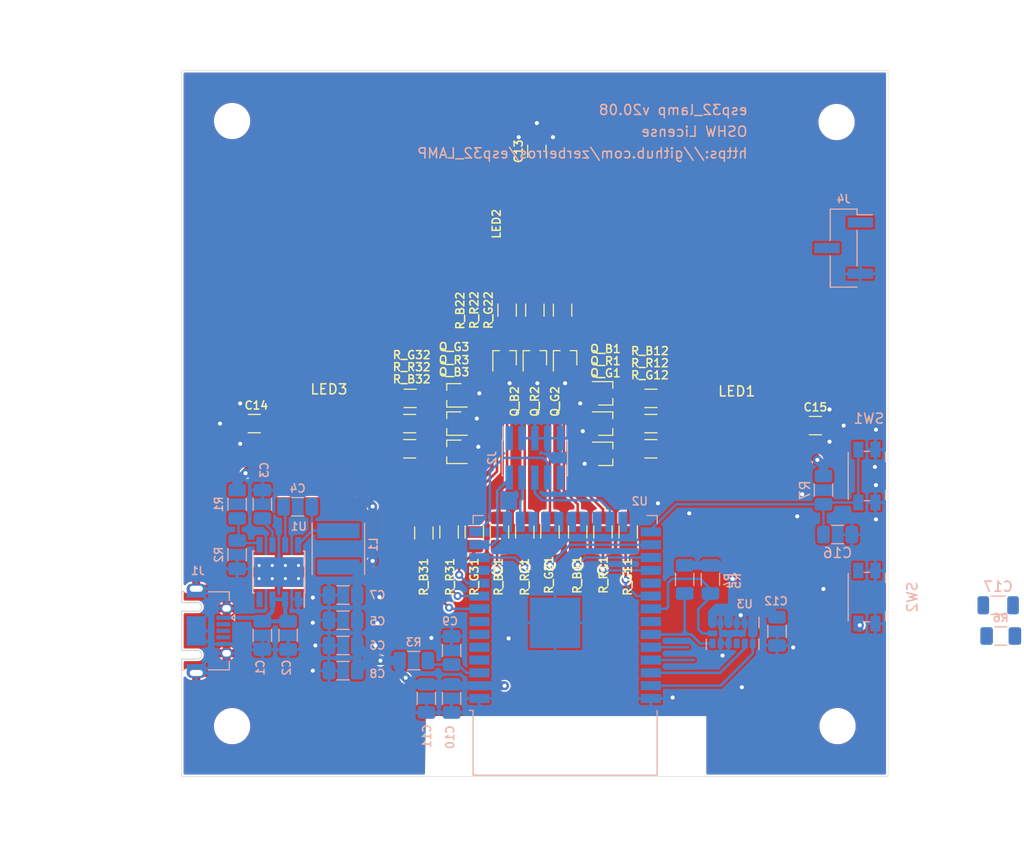
<source format=kicad_pcb>
(kicad_pcb (version 20210424) (generator pcbnew)
  (layers (0 "F.Cu" signal) (31 "B.Cu" signal) (34 "B.Paste" user) (35 "F.Paste" user) (36 "B.SilkS" user "B.Silkscreen") (37 "F.SilkS" user "F.Silkscreen") (38 "B.Mask" user) (39 "F.Mask" user) (44 "Edge.Cuts" user))
  (net 0 "")
  (net 1 "GND")
  (net 2 "Net-(C17-Pad1)")
  (net 3 "MTDI")
  (net 4 "MTDO")
  (net 5 "MTCK")
  (net 6 "MTMS")
  (net 7 "Net-(C4-Pad1)")
  (net 8 "VIN")
  (net 9 "Net-(C3-Pad1)")
  (net 10 "Net-(C4-Pad2)")
  (net 11 "Net-(R1-Pad2)")
  (net 25 "3V3")
  (net 26 "Net-(J4-Pad1)")
  (net 27 "Net-(J4-Pad2)")
  (net 28 "SCL")
  (net 29 "SDA")
  (net 30 "INT2")
  (net 31 "INT1")
  (net 32 "Net-(C9-Pad2)")
  (net 37 "+3V3")
  (net 38 "Net-(Q_B1-Pad3)")
  (net 39 "Net-(Q_B1-Pad1)")
  (net 40 "Net-(Q_B2-Pad3)")
  (net 41 "Net-(Q_B2-Pad1)")
  (net 42 "Net-(Q_G1-Pad3)")
  (net 43 "Net-(Q_G1-Pad1)")
  (net 44 "Net-(Q_G2-Pad3)")
  (net 45 "Net-(Q_G2-Pad1)")
  (net 46 "Net-(Q_R1-Pad3)")
  (net 47 "Net-(Q_R1-Pad1)")
  (net 48 "Net-(Q_R2-Pad3)")
  (net 49 "Net-(Q_R2-Pad1)")
  (net 50 "LED_B3")
  (net 51 "LED_R3")
  (net 52 "LED_G3")
  (net 53 "LED_B1")
  (net 54 "LED_B2")
  (net 55 "LED_G1")
  (net 56 "LED_G2")
  (net 57 "LED_R1")
  (net 58 "LED_R2")
  (net 61 "Net-(Q_B3-Pad3)")
  (net 62 "Net-(Q_B3-Pad1)")
  (net 63 "Net-(Q_G3-Pad3)")
  (net 64 "Net-(Q_G3-Pad1)")
  (net 65 "Net-(Q_R3-Pad3)")
  (net 66 "Net-(Q_R3-Pad1)")
  (net 67 "Net-(LED1-Pad1)")
  (net 68 "Net-(LED1-Pad2)")
  (net 69 "Net-(LED1-Pad3)")
  (net 70 "Net-(LED2-Pad1)")
  (net 71 "Net-(LED2-Pad2)")
  (net 72 "Net-(LED2-Pad3)")
  (net 73 "Net-(LED3-Pad1)")
  (net 74 "Net-(LED3-Pad2)")
  (net 75 "Net-(LED3-Pad3)")
  (net 76 "Net-(C16-Pad1)")
  (footprint "Package_TO_SOT_SMD:SOT-323_SC-70" (layer "F.Cu") (at 147 112.8 180)
    (fp_text reference "Q_B3")
    (fp_text value "BSS214NW")
  )
  (footprint "Package_TO_SOT_SMD:SOT-323_SC-70" (layer "F.Cu") (at 147 110 180)
    (fp_text reference "Q_R3")
    (fp_text value "BSS214NW")
  )
  (footprint "Package_TO_SOT_SMD:SOT-323_SC-70" (layer "F.Cu") (at 162 113)
    (fp_text reference "Q_G1")
    (fp_text value "BSS214NW")
  )
  (footprint "Resistor_SMD:R_1206_3216Metric" (layer "F.Cu") (at 144 120.85 -90)
    (fp_text reference "R_B31")
    (fp_text value "220R")
  )
  (footprint "Resistor_SMD:R_1206_3216Metric" (layer "F.Cu") (at 146.5 120.75 -90)
    (fp_text reference "R_R31")
    (fp_text value "220R")
  )
  (footprint "Resistor_SMD:R_1206_3216Metric" (layer "F.Cu") (at 149 120.75 -90)
    (fp_text reference "R_G31")
    (fp_text value "220R")
  )
  (footprint "Resistor_SMD:R_1206_3216Metric" (layer "F.Cu") (at 159.25 120.75 -90)
    (fp_text reference "R_B11")
    (fp_text value "220R")
  )
  (footprint "Resistor_SMD:R_1206_3216Metric" (layer "F.Cu") (at 151.5 120.75 -90)
    (fp_text reference "R_B21")
    (fp_text value "220R")
  )
  (footprint "Resistor_SMD:R_1206_3216Metric" (layer "F.Cu") (at 164.25 120.75 -90)
    (fp_text reference "R_G11")
    (fp_text value "220R")
  )
  (footprint "Resistor_SMD:R_1206_3216Metric" (layer "F.Cu") (at 156.5 120.75 -90)
    (fp_text reference "R_G21")
    (fp_text value "220R")
  )
  (footprint "Resistor_SMD:R_1206_3216Metric" (layer "F.Cu") (at 161.75 120.75 -90)
    (fp_text reference "R_R11")
    (fp_text value "220R")
  )
  (footprint "Resistor_SMD:R_1206_3216Metric" (layer "F.Cu") (at 166.5 110)
    (fp_text reference "R_R12")
    (fp_text value "6.8R")
  )
  (footprint "Resistor_SMD:R_1206_3216Metric" (layer "F.Cu") (at 154 120.75 -90)
    (fp_text reference "R_R21")
    (fp_text value "220R")
  )
  (footprint "Resistor_SMD:R_1206_3216Metric" (layer "F.Cu") (at 155 98.75 90)
    (fp_text reference "R_R22")
    (fp_text value "6.8R")
  )
  (footprint "ESP32_lamp:kinbright-AAAF5051-05_MOD" (layer "F.Cu") (at 175 110 180)
    (fp_text reference "LED1")
    (fp_text value "AAAF5051-05")
  )
  (footprint "ESP32_lamp:kinbright-AAAF5051-05_MOD" (layer "F.Cu") (at 155 90.5 -90)
    (fp_text reference "LED2")
    (fp_text value "AAAF5051-05")
  )
  (footprint "ESP32_lamp:kinbright-AAAF5051-05_MOD" (layer "F.Cu") (at 134.5 110)
    (fp_text reference "LED3")
    (fp_text value "AAAF5051-05")
  )
  (footprint "Package_TO_SOT_SMD:SOT-323_SC-70" (layer "F.Cu") (at 162 107)
    (fp_text reference "Q_B1")
    (fp_text value "BSS214NW")
  )
  (footprint "Resistor_SMD:R_1206_3216Metric" (layer "F.Cu") (at 166.5 112.5)
    (fp_text reference "R_G12")
    (fp_text value "0R")
  )
  (footprint "Package_TO_SOT_SMD:SOT-323_SC-70" (layer "F.Cu") (at 162 110)
    (fp_text reference "Q_R1")
    (fp_text value "BSS214NW")
  )
  (footprint "Package_TO_SOT_SMD:SOT-323_SC-70" (layer "F.Cu") (at 147 107.2 180)
    (fp_text reference "Q_G3")
    (fp_text value "BSS214NW")
  )
  (footprint "Package_TO_SOT_SMD:SOT-323_SC-70" (layer "F.Cu") (at 155 103.5 90)
    (fp_text reference "Q_R2")
    (fp_text value "BSS214NW")
  )
  (footprint "Package_TO_SOT_SMD:SOT-323_SC-70" (layer "F.Cu") (at 158 103.5 90)
    (fp_text reference "Q_G2")
    (fp_text value "BSS214NW")
  )
  (footprint "Resistor_SMD:R_1206_3216Metric" (layer "F.Cu") (at 166.5 107.5)
    (fp_text reference "R_B12")
    (fp_text value "0R")
  )
  (footprint "Resistor_SMD:R_1206_3216Metric" (layer "F.Cu") (at 152.25 98.75 90)
    (fp_text reference "R_B22")
    (fp_text value "0R")
  )
  (footprint "Resistor_SMD:R_1206_3216Metric" (layer "F.Cu") (at 142.65 107.5 180)
    (fp_text reference "R_G32")
    (fp_text value "0R")
  )
  (footprint "Resistor_SMD:R_1206_3216Metric" (layer "F.Cu") (at 142.6 110 180)
    (fp_text reference "R_R32")
    (fp_text value "6.8R")
  )
  (footprint "Resistor_SMD:R_1206_3216Metric" (layer "F.Cu") (at 157.75 98.75 90)
    (fp_text reference "R_G22")
    (fp_text value "0R")
  )
  (footprint "Package_TO_SOT_SMD:SOT-323_SC-70" (layer "F.Cu") (at 152 103.5 90)
    (fp_text reference "Q_B2")
    (fp_text value "BSS214NW")
  )
  (footprint "Resistor_SMD:R_1206_3216Metric" (layer "F.Cu") (at 142.6 112.5 180)
    (fp_text reference "R_B32")
    (fp_text value "0R")
  )
  (footprint "Capacitor_SMD:C_1206_3216Metric" (layer "F.Cu") (at 155.2 83 90)
    (fp_text reference "C13")
    (fp_text value "1uF")
  )
  (footprint "Capacitor_SMD:C_1206_3216Metric" (layer "F.Cu") (at 127.2 110 180)
    (fp_text reference "C14")
    (fp_text value "1uF")
  )
  (footprint "Capacitor_SMD:C_1206_3216Metric" (layer "F.Cu") (at 182.8 110.2)
    (fp_text reference "C15")
    (fp_text value "1uF")
  )
  (footprint "MountingHole:MountingHole_3.2mm_M3_ISO7380" (layer "F.Cu") (at 125 140)
    (fp_text reference "H1" hide)
    (fp_text value "MountingHole")
  )
  (footprint "MountingHole:MountingHole_3.2mm_M3_ISO7380" (layer "F.Cu") (at 125 80)
    (fp_text reference "H4" hide)
    (fp_text value "MountingHole")
  )
  (footprint "MountingHole:MountingHole_3.2mm_M3_ISO7380" (layer "F.Cu") (at 185 140)
    (fp_text reference "H2" hide)
    (fp_text value "MountingHole")
  )
  (footprint "MountingHole:MountingHole_3.2mm_M3_ISO7380" (layer "F.Cu") (at 184.9 80.1)
    (fp_text reference "H3" hide)
    (fp_text value "MountingHole")
  )
  (footprint "Capacitor_SMD:C_1206_3216Metric" (layer "B.Cu") (at 130.55 131 -90)
    (fp_text reference "C2")
    (fp_text value "220nF")
  )
  (footprint "Capacitor_SMD:C_1206_3216Metric" (layer "B.Cu") (at 136 132 180)
    (fp_text reference "C6")
    (fp_text value "22uF")
  )
  (footprint "Capacitor_SMD:C_1206_3216Metric" (layer "B.Cu") (at 136 134.5 180)
    (fp_text reference "C8")
    (fp_text value "22uF")
  )
  (footprint "Connector_USB:USB_Micro-AB_Molex_47590-0001" (layer "B.Cu") (at 121.45 130.55 90)
    (fp_text reference "J1")
    (fp_text value "USB_B_Micro")
    (fp_line (start -1.95 0.125) (end -1.95 -1.45) (layer "Edge.Cuts") (width 0.1))
    (fp_line (start -2.8 0.125) (end -2.8 -1.45) (layer "Edge.Cuts") (width 0.1))
    (fp_line (start 2.8 0.125) (end 2.8 -1.45) (layer "Edge.Cuts") (width 0.1))
    (fp_line (start 1.95 0.125) (end 1.95 -1.45) (layer "Edge.Cuts") (width 0.1))
    (fp_line (start 2.8 -1.45) (end 3.75 -1.45) (layer "Edge.Cuts") (width 0.1))
    (fp_line (start -3.75 -1.45) (end -2.8 -1.45) (layer "Edge.Cuts") (width 0.1))
    (fp_line (start -1.95 -1.45) (end 1.95 -1.45) (layer "Edge.Cuts") (width 0.1))
    (fp_arc (start -2.375 0.125) (end -2.8 0.125) (angle -180) (layer "Edge.Cuts") (width 0.1))
    (fp_arc (start 2.375 0.125) (end 1.95 0.125) (angle -180) (layer "Edge.Cuts") (width 0.1))
  )
  (footprint "Resistor_SMD:R_1206_3216Metric" (layer "B.Cu") (at 125.5 118 -90)
    (fp_text reference "R1")
    (fp_text value "100kΩ")
  )
  (footprint "Package_SO:Texas_HSOP-8-1EP_3.9x4.9mm_P1.27mm_ThermalVias" (layer "B.Cu") (at 129.63 124.72 90)
    (fp_text reference "U1")
    (fp_text value "LMR33630BDDA")
  )
  (footprint "Package_LGA:LGA-14_3x5mm_P0.8mm_LayoutBorder1x6y" (layer "B.Cu") (at 174.6 130.8 -90)
    (fp_text reference "U3")
    (fp_text value "ADXL343")
  )
  (footprint "Resistor_SMD:R_1206_3216Metric" (layer "B.Cu") (at 125.5 123 -90)
    (fp_text reference "R2")
    (fp_text value "43.3kΩ")
  )
  (footprint "Capacitor_SMD:C_1206_3216Metric" (layer "B.Cu") (at 128 118 90)
    (fp_text reference "C3")
    (fp_text value "1uF")
  )
  (footprint "Inductor_SMD:L_Taiyo-Yuden_MD-5050" (layer "B.Cu") (at 135.53 122.42 -90)
    (fp_text reference "L1")
    (fp_text value "2.2uH, 11.4mΩ")
  )
  (footprint "Capacitor_SMD:C_1206_3216Metric" (layer "B.Cu") (at 128 131 -90)
    (fp_text reference "C1")
    (fp_text value "10uF")
  )
  (footprint "Capacitor_SMD:C_1206_3216Metric" (layer "B.Cu") (at 131.5 118.25 180)
    (fp_text reference "C4")
    (fp_text value "100nF")
  )
  (footprint "Capacitor_SMD:C_1206_3216Metric" (layer "B.Cu") (at 144.25 137.25 90)
    (fp_text reference "C11")
    (fp_text value "100nF")
  )
  (footprint "Resistor_SMD:R_1206_3216Metric" (layer "B.Cu") (at 143 133.5 180)
    (fp_text reference "R3")
    (fp_text value "10k")
  )
  (footprint "Capacitor_SMD:C_1206_3216Metric" (layer "B.Cu") (at 146.75 137.25 90)
    (fp_text reference "C10")
    (fp_text value "10uF")
  )
  (footprint "Capacitor_SMD:C_1206_3216Metric" (layer "B.Cu") (at 136 129.5 180)
    (fp_text reference "C5")
    (fp_text value "22uF")
  )
  (footprint "Capacitor_SMD:C_1206_3216Metric" (layer "B.Cu") (at 136 127 180)
    (fp_text reference "C7")
    (fp_text value "22uF")
  )
  (footprint "RF_Module:ESP32-WROOM-32" (layer "B.Cu") (at 158 129)
    (fp_text reference "U2")
    (fp_text value "ESP32-WROOM-32D")
  )
  (footprint "Capacitor_SMD:C_1206_3216Metric" (layer "B.Cu") (at 146.75 132.5 -90)
    (fp_text reference "C9")
    (fp_text value "0.1uF")
  )
  (footprint "Resistor_SMD:R_1206_3216Metric" (layer "B.Cu") (at 172.4 125.45 90)
    (fp_text reference "R5")
    (fp_text value "10k")
  )
  (footprint "Resistor_SMD:R_1206_3216Metric" (layer "B.Cu") (at 169.85 125.45 90)
    (fp_text reference "R4")
    (fp_text value "10k")
  )
  (footprint "Capacitor_SMD:C_1206_3216Metric" (layer "B.Cu") (at 179 130.6 -90)
    (fp_text reference "C12")
    (fp_text value "100nF")
  )
  (footprint "Connector_PinHeader_2.54mm:PinHeader_1x03_P2.54mm_Vertical_SMD_Pin1Left" (layer "B.Cu") (at 185.6 92.6 180)
    (fp_text reference "J4")
    (fp_text value "Conn_01x03")
  )
  (footprint "Resistor_SMD:R_1206_3216Metric" (layer "B.Cu") (at 201.168 131.064)
    (fp_text reference "R6")
    (fp_text value "100k")
  )
  (footprint "Connector_PinHeader_1.27mm:PinHeader_2x05_P1.27mm_Vertical_SMD" (layer "B.Cu") (at 155 113.4 -90)
    (fp_text reference "J2")
    (fp_text value "Conn_02x05_Odd_Even")
  )
  (footprint "Capacitor_SMD:C_1206_3216Metric" (layer "B.Cu") (at 185 121)
    (fp_text reference "C16")
    (fp_text value "100nF")
  )
  (footprint "Button_Switch_SMD:Panasonic_EVQPUJ_EVQPUA" (layer "B.Cu") (at 187.9 115.2 90)
    (fp_text reference "SW1")
    (fp_text value "SW_Push")
  )
  (footprint "Resistor_SMD:R_1206_3216Metric" (layer "B.Cu") (at 183.6 116.6 -90)
    (fp_text reference "R7")
    (fp_text value "100k")
  )
  (footprint "Button_Switch_SMD:Panasonic_EVQPUJ_EVQPUA" (layer "B.Cu") (at 187.9 127.2 90)
    (fp_text reference "SW2")
    (fp_text value "SW_Push")
  )
  (footprint "Capacitor_SMD:C_1206_3216Metric" (layer "B.Cu") (at 200.914 128.016 180)
    (fp_text reference "C17")
    (fp_text value "100nF")
  )
  (gr_line (start 120 126.8) (end 120 75) (layer "Edge.Cuts") (width 0.05))
  (gr_line (start 120 145) (end 120 134.3) (layer "Edge.Cuts") (width 0.05))
  (gr_line (start 190 145) (end 120 145) (layer "Edge.Cuts") (width 0.05))
  (gr_line (start 120 75) (end 190 75) (layer "Edge.Cuts") (width 0.05))
  (gr_line (start 190 75) (end 190 145) (layer "Edge.Cuts") (width 0.05))
  (gr_text "esp32_lamp v20.08" (at 168.704762 78.9) (layer "B.SilkS") (effects (font (size 1 1)) (justify mirror)))
  (gr_text "https://github.com/zerberros/esp32_LAMP" (at 159.704762 83.2) (layer "B.SilkS") (effects (font (size 1 1)) (justify mirror)))
  (gr_text "OSHW License" (at 170.8 81.05) (layer "B.SilkS") (effects (font (size 1 1)) (justify mirror)))
  (segment (start 133.25 132) (end 139.2 132) (width 0.25) (layer "F.Cu") (net 1))
  (segment (start 155.2 81.6) (end 156.8 81.6) (width 0.25) (layer "F.Cu") (net 1))
  (segment (start 159.85 107.65) (end 159.5 108) (width 0.25) (layer "F.Cu") (net 1))
  (segment (start 148 109.35) (end 149.1 109.35) (width 0.25) (layer "F.Cu") (net 1))
  (segment (start 181 119.2) (end 181 117.5) (width 0.25) (layer "F.Cu") (net 1))
  (segment (start 148.45 107) (end 148 106.55) (width 0.25) (layer "F.Cu") (net 1))
  (segment (start 125.8 110) (end 125.8 108) (width 0.25) (layer "F.Cu") (net 1))
  (segment (start 149.1 109.35) (end 149.25 109.5) (width 0.25) (layer "F.Cu") (net 1))
  (segment (start 158.65 105.35) (end 158 106) (width 0.25) (layer "F.Cu") (net 1))
  (segment (start 152.65 104.5) (end 152.65 105.85) (width 0.25) (layer "F.Cu") (net 1))
  (segment (start 133 127.25) (end 139.55 127.25) (width 0.25) (layer "F.Cu") (net 1))
  (segment (start 149.5 107) (end 148.45 107) (width 0.25) (layer "F.Cu") (net 1))
  (segment (start 155.2 81.6) (end 153.4 81.6) (width 0.25) (layer "F.Cu") (net 1))
  (segment (start 149.25 112.15) (end 149.4 112.3) (width 0.25) (layer "F.Cu") (net 1))
  (segment (start 161 110.65) (end 159.85 110.65) (width 0.25) (layer "F.Cu") (net 1))
  (segment (start 184.2 110.2) (end 185.6 110.2) (width 0.25) (layer "F.Cu") (net 1))
  (segment (start 155.65 105.6) (end 155.25 106) (width 0.25) (layer "F.Cu") (net 1))
  (segment (start 168.2 118.9) (end 167.2 117.9) (width 0.25) (layer "F.Cu") (net 1))
  (segment (start 149.35 106.85) (end 149.5 107) (width 0.25) (layer "F.Cu") (net 1))
  (segment (start 139.55 127.25) (end 139.6 127.2) (width 0.25) (layer "F.Cu") (net 1))
  (segment (start 133 129.75) (end 139.35 129.75) (width 0.25) (layer "F.Cu") (net 1))
  (segment (start 184.2 110.2) (end 184.2 108.6) (width 0.25) (layer "F.Cu") (net 1))
  (segment (start 161 113.65) (end 160.269282 113.65) (width 0.25) (layer "F.Cu") (net 1))
  (segment (start 125.8 110) (end 125.8 112) (width 0.25) (layer "F.Cu") (net 1))
  (segment (start 125.8 110) (end 123.8 110) (width 0.25) (layer "F.Cu") (net 1))
  (segment (start 152.35 131.25) (end 152.4 131.3) (width 0.25) (layer "F.Cu") (net 1))
  (segment (start 155.2 81.6) (end 155.2 80.2) (width 0.25) (layer "F.Cu") (net 1))
  (segment (start 161 107.65) (end 159.85 107.65) (width 0.25) (layer "F.Cu") (net 1))
  (segment (start 181 117.5) (end 181.5 117) (width 0.25) (layer "F.Cu") (net 1))
  (segment (start 144.75 131.25) (end 152.35 131.25) (width 0.25) (layer "F.Cu") (net 1))
  (segment (start 155.65 104.5) (end 155.65 105.6) (width 0.25) (layer "F.Cu") (net 1))
  (segment (start 170.3 118.9) (end 168.2 118.9) (width 0.25) (layer "F.Cu") (net 1))
  (segment (start 139.35 129.75) (end 139.4 129.8) (width 0.25) (layer "F.Cu") (net 1))
  (segment (start 158.65 104.5) (end 158.65 105.35) (width 0.25) (layer "F.Cu") (net 1))
  (segment (start 152.65 105.85) (end 152.5 106) (width 0.25) (layer "F.Cu") (net 1))
  (segment (start 159.85 110.65) (end 159.75 110.75) (width 0.25) (layer "F.Cu") (net 1))
  (segment (start 148 112.15) (end 149.25 112.15) (width 0.25) (layer "F.Cu") (net 1))
  (segment (start 184.2 110.2) (end 184.2 111.8) (width 0.25) (layer "F.Cu") (net 1))
  (segment (start 160.269282 113.65) (end 159.934292 113.98499) (width 0.25) (layer "F.Cu") (net 1))
  (via (at 181.5 117) (size 0.8) (drill 0.4) (layers "F.Cu" "B.Cu") (net 1))
  (via (at 185.6 110.2) (size 0.8) (drill 0.4) (layers "F.Cu" "B.Cu") (net 1))
  (via (at 152.5 106) (size 0.8) (drill 0.4) (layers "F.Cu" "B.Cu") (net 1))
  (via (at 158 106) (size 0.8) (drill 0.4) (layers "F.Cu" "B.Cu") (net 1))
  (via (at 152.4 131.3) (size 0.8) (drill 0.4) (layers "F.Cu" "B.Cu") (net 1))
  (via (at 159.934292 113.98499) (size 0.8) (drill 0.4) (layers "F.Cu" "B.Cu") (net 1))
  (via (at 188.7 114.3) (size 0.8) (drill 0.4) (layers "F.Cu" "B.Cu") (net 1))
  (via (at 188.8 119.5) (size 0.8) (drill 0.4) (layers "F.Cu" "B.Cu") (net 1))
  (via (at 181 119.2) (size 0.8) (drill 0.4) (layers "F.Cu" "B.Cu") (net 1))
  (via (at 167.2 117.9) (size 0.8) (drill 0.4) (layers "F.Cu" "B.Cu") (net 1))
  (via (at 139.2 132) (size 0.8) (drill 0.4) (layers "F.Cu" "B.Cu") (net 1))
  (via (at 133 129.75) (size 0.8) (drill 0.4) (layers "F.Cu" "B.Cu") (net 1))
  (via (at 170.3 118.9) (size 0.8) (drill 0.4) (layers "F.Cu" "B.Cu") (net 1))
  (via (at 139.4 129.8) (size 0.8) (drill 0.4) (layers "F.Cu" "B.Cu") (net 1))
  (via (at 183.6 126.4) (size 0.8) (drill 0.4) (layers "F.Cu" "B.Cu") (net 1))
  (via (at 144.75 131.25) (size 0.8) (drill 0.4) (layers "F.Cu" "B.Cu") (net 1))
  (via (at 133 134.5) (size 0.8) (drill 0.4) (layers "F.Cu" "B.Cu") (net 1))
  (via (at 125.8 108) (size 0.8) (drill 0.4) (layers "F.Cu" "B.Cu") (net 1))
  (via (at 123.8 110) (size 0.8) (drill 0.4) (layers "F.Cu" "B.Cu") (net 1))
  (via (at 184.2 111.8) (size 0.8) (drill 0.4) (layers "F.Cu" "B.Cu") (net 1))
  (via (at 173.6 133) (size 0.8) (drill 0.4) (layers "F.Cu" "B.Cu") (net 1))
  (via (at 155.25 106) (size 0.8) (drill 0.4) (layers "F.Cu" "B.Cu") (net 1))
  (via (at 168.656 137.16) (size 0.8) (drill 0.4) (layers "F.Cu" "B.Cu") (net 1))
  (via (at 155.2 80.2) (size 0.8) (drill 0.4) (layers "F.Cu" "B.Cu") (net 1))
  (via (at 175.514 136.144) (size 0.8) (drill 0.4) (layers "F.Cu" "B.Cu") (net 1))
  (via (at 133.25 132) (size 0.8) (drill 0.4) (layers "F.Cu" "B.Cu") (net 1))
  (via (at 149.25 109.5) (size 0.8) (drill 0.4) (layers "F.Cu" "B.Cu") (net 1))
  (via (at 125.8 112) (size 0.8) (drill 0.4) (layers "F.Cu" "B.Cu") (net 1))
  (via (at 159.75 110.75) (size 0.8) (drill 0.4) (layers "F.Cu" "B.Cu") (net 1))
  (via (at 133 127.25) (size 0.8) (drill 0.4) (layers "F.Cu" "B.Cu") (net 1))
  (via (at 159.5 108) (size 0.8) (drill 0.4) (layers "F.Cu" "B.Cu") (net 1))
  (via (at 188.8 116.1) (size 0.8) (drill 0.4) (layers "F.Cu" "B.Cu") (net 1))
  (via (at 188.8 110.6) (size 0.8) (drill 0.4) (layers "F.Cu" "B.Cu") (net 1))
  (via (at 153.4 81.6) (size 0.8) (drill 0.4) (layers "F.Cu" "B.Cu") (net 1))
  (via (at 139.6 127.2) (size 0.8) (drill 0.4) (layers "F.Cu" "B.Cu") (net 1))
  (via (at 175.4 129) (size 0.8) (drill 0.4) (layers "F.Cu" "B.Cu") (net 1))
  (via (at 180.6 132.2) (size 0.8) (drill 0.4) (layers "F.Cu" "B.Cu") (net 1))
  (via (at 184.2 108.6) (size 0.8) (drill 0.4) (layers "F.Cu" "B.Cu") (net 1))
  (via (at 156.8 81.6) (size 0.8) (drill 0.4) (layers "F.Cu" "B.Cu") (net 1))
  (via (at 149.5 107) (size 0.8) (drill 0.4) (layers "F.Cu" "B.Cu") (net 1))
  (via (at 149.4 112.3) (size 0.8) (drill 0.4) (layers "F.Cu" "B.Cu") (net 1))
  (segment (start 132.41 129.75) (end 132.41 128.295) (width 0.25) (layer "B.Cu") (net 1))
  (segment (start 173.4 131.8) (end 173.4 129.8) (width 0.25) (layer "B.Cu") (net 1))
  (segment (start 144.9 131.1) (end 144.75 131.25) (width 0.25) (layer "B.Cu") (net 1))
  (segment (start 174.2 131.325) (end 174.2 131.8) (width 0.25) (layer "B.Cu") (net 1))
  (segment (start 153.73 111.45) (end 157.54 111.45) (width 0.25) (layer "B.Cu") (net 1))
  (segment (start 149.5 138.25) (end 149.1 138.65) (width 0.25) (layer "B.Cu") (net 1))
  (segment (start 188.75 112.575) (end 188.75 114.25) (width 0.25) (layer "B.Cu") (net 1))
  (segment (start 180.4 132) (end 180.6 132.2) (width 0.25) (layer "B.Cu") (net 1))
  (segment (start 174.2 131.8) (end 173.4 131.8) (width 0.25) (layer "B.Cu") (net 1))
  (segment (start 121.45 130.55) (end 123.675 132.775) (width 0.25) (layer "B.Cu") (net 1))
  (segment (start 132.41 128.295) (end 131.535 127.42) (width 0.25) (layer "B.Cu") (net 1))
  (segment (start 188.75 117.825) (end 188.75 119.45) (width 0.25) (layer "B.Cu") (net 1))
  (segment (start 133.25 127) (end 133 127.25) (width 0.25) (layer "B.Cu") (net 1))
  (segment (start 149.1 138.65) (end 146.75 138.65) (width 0.25) (layer "B.Cu") (net 1))
  (segment (start 121.45 130.55) (end 121.45 130.05) (width 0.25) (layer "B.Cu") (net 1))
  (segment (start 128.85 131.445) (end 130.715 131.445) (width 0.25) (layer "B.Cu") (net 1))
  (segment (start 188.75 110.65) (end 188.8 110.6) (width 0.25) (layer "B.Cu") (net 1))
  (segment (start 128.445 131.85) (end 128.85 131.445) (width 0.25) (layer "B.Cu") (net 1))
  (segment (start 123.175 128.325) (end 124.45 128.325) (width 0.25) (layer "B.Cu") (net 1))
  (segment (start 134.6 132) (end 133.25 132) (width 0.25) (layer "B.Cu") (net 1))
  (segment (start 146.75 131.1) (end 144.9 131.1) (width 0.25) (layer "B.Cu") (net 1))
  (segment (start 122.5 129) (end 122.5 127.425) (width 0.25) (layer "B.Cu") (net 1))
  (segment (start 188.75 114.25) (end 188.7 114.3) (width 0.25) (layer "B.Cu") (net 1))
  (segment (start 183.945 126.055) (end 183.6 126.4) (width 0.25) (layer "B.Cu") (net 1))
  (segment (start 144.25 138.65) (end 146.75 138.65) (width 0.25) (layer "B.Cu") (net 1))
  (segment (start 149.5 137.255) (end 149.5 138.25) (width 0.25) (layer "B.Cu") (net 1))
  (segment (start 121.45 130.05) (end 122.5 129) (width 0.25) (layer "B.Cu") (net 1))
  (segment (start 121.45 130.05) (end 123.175 128.325) (width 0.25) (layer "B.Cu") (net 1))
  (segment (start 175 129.8) (end 175 130.525) (width 0.25) (layer "B.Cu") (net 1))
  (segment (start 174.2 131.8) (end 174.2 132.4) (width 0.25) (layer "B.Cu") (net 1))
  (segment (start 159.05 111.45) (end 159.75 110.75) (width 0.25) (layer "B.Cu") (net 1))
  (segment (start 188.75 116.15) (end 188.8 116.1) (width 0.25) (layer "B.Cu") (net 1))
  (segment (start 121.7125 134.2875) (end 123.225 132.775) (width 0.25) (layer "B.Cu") (net 1))
  (segment (start 188.75 117.825) (end 188.75 116.15) (width 0.25) (layer "B.Cu") (net 1))
  (segment (start 130.715 131.445) (end 132.41 129.75) (width 0.25) (layer "B.Cu") (net 1))
  (segment (start 188.75 112.575) (end 188.75 110.65) (width 0.25) (layer "B.Cu") (net 1))
  (segment (start 134.6 134.5) (end 133 134.5) (width 0.25) (layer "B.Cu") (net 1))
  (segment (start 188.75 119.45) (end 188.8 119.5) (width 0.25) (layer "B.Cu") (net 1))
  (segment (start 175 129.4) (end 175.4 129) (width 0.25) (layer "B.Cu") (net 1))
  (segment (start 174.2 132.4) (end 173.6 133) (width 0.25) (layer "B.Cu") (net 1))
  (segment (start 175 130.525) (end 174.2 131.325) (width 0.25) (layer "B.Cu") (net 1))
  (segment (start 175 129.8) (end 175 129.4) (width 0.25) (layer "B.Cu") (net 1))
  (segment (start 122.5 127.425) (end 121.45 126.375) (width 0.25) (layer "B.Cu") (net 1))
  (segment (start 134.6 127) (end 133.25 127) (width 0.25) (layer "B.Cu") (net 1))
  (segment (start 157.54 111.45) (end 159.05 111.45) (width 0.25) (layer "B.Cu") (net 1))
  (segment (start 124.125 131.85) (end 128.445 131.85) (width 0.25) (layer "B.Cu") (net 1))
  (segment (start 134.6 129.5) (end 133.25 129.5) (width 0.25) (layer "B.Cu") (net 1))
  (segment (start 179 132) (end 180.4 132) (width 0.25) (layer "B.Cu") (net 1))
  (segment (start 121.45 134.2875) (end 121.7125 134.2875) (width 0.25) (layer "B.Cu") (net 1))
  (segment (start 123.225 132.775) (end 124.45 132.775) (width 0.25) (layer "B.Cu") (net 1))
  (segment (start 123.675 132.775) (end 124.45 132.775) (width 0.25) (layer "B.Cu") (net 1))
  (segment (start 183.945 125.06) (end 183.945 126.055) (width 0.25) (layer "B.Cu") (net 1))
  (segment (start 133.25 129.5) (end 133 129.75) (width 0.25) (layer "B.Cu") (net 1))
  (segment (start 175.8 129.8) (end 175 129.8) (width 0.25) (layer "B.Cu") (net 1))
  (via (at 187.2 130) (size 0.8) (drill 0.4) (layers "F.Cu" "B.Cu") (net 2))
  (segment (start 156.27 113.87) (end 155.8 113.4) (width 0.25) (layer "B.Cu") (net 3))
  (segment (start 150.55 114.75) (end 150.55 119.55) (width 0.25) (layer "B.Cu") (net 3))
  (segment (start 149.5 120.6) (end 149.5 120.745) (width 0.25) (layer "B.Cu") (net 3))
  (segment (start 156.27 115.35) (end 156.27 113.87) (width 0.25) (layer "B.Cu") (net 3))
  (segment (start 155.8 113.4) (end 151.9 113.4) (width 0.25) (layer "B.Cu") (net 3))
  (segment (start 150.55 119.55) (end 149.5 120.6) (width 0.25) (layer "B.Cu") (net 3))
  (segment (start 151.9 113.4) (end 150.55 114.75) (width 0.25) (layer "B.Cu") (net 3))
  (segment (start 161.55 117.6) (end 162.445 118.495) (width 0.25) (layer "B.Cu") (net 4))
  (segment (start 155 116.9) (end 155.7 117.6) (width 0.25) (layer "B.Cu") (net 4))
  (segment (start 155.7 117.6) (end 161.55 117.6) (width 0.25) (layer "B.Cu") (net 4))
  (segment (start 162.445 118.495) (end 162.445 119.745) (width 0.25) (layer "B.Cu") (net 4))
  (segment (start 155 115.35) (end 155 116.9) (width 0.25) (layer "B.Cu") (net 4))
  (segment (start 153.555 117.645) (end 153.555 119.745) (width 0.25) (layer "B.Cu") (net 5))
  (segment (start 153.555 117.645) (end 153.73 117.47) (width 0.25) (layer "B.Cu") (net 5))
  (segment (start 153.73 117.47) (end 153.73 116.25001) (width 0.25) (layer "B.Cu") (net 5))
  (segment (start 149.5 122.015) (end 150.785 122.015) (width 0.25) (layer "B.Cu") (net 6))
  (segment (start 150.785 122.015) (end 151.3 121.5) (width 0.25) (layer "B.Cu") (net 6))
  (segment (start 151.3 116.6) (end 152.46 115.44) (width 0.25) (layer "B.Cu") (net 6))
  (segment (start 151.3 121.5) (end 151.3 116.6) (width 0.25) (layer "B.Cu") (net 6))
  (segment (start 152.46 115.44) (end 152.46 115.35) (width 0.25) (layer "B.Cu") (net 6))
  (segment (start 152.2 116.4) (end 152.6 116) (width 0.25) (layer "B.Cu") (net 6))
  (segment (start 131.535 121.99) (end 132.905 120.62) (width 0.25) (layer "B.Cu") (net 7))
  (segment (start 135.225 120.315) (end 135.53 120.62) (width 0.25) (layer "B.Cu") (net 7))
  (segment (start 132.9 118.25) (end 132.9 120.4) (width 0.25) (layer "B.Cu") (net 7))
  (segment (start 133.12 120.62) (end 132.905 120.62) (width 0.25) (layer "B.Cu") (net 7))
  (segment (start 131.535 122.02) (end 131.535 121.99) (width 0.25) (layer "B.Cu") (net 7))
  (segment (start 132.9 118.25) (end 132.9 120.655) (width 0.25) (layer "B.Cu") (net 7))
  (segment (start 132.9 120.655) (end 131.535 122.02) (width 0.25) (layer "B.Cu") (net 7))
  (segment (start 135.53 120.62) (end 133.12 120.62) (width 0.25) (layer "B.Cu") (net 7))
  (segment (start 132.9 120.4) (end 133.12 120.62) (width 0.25) (layer "B.Cu") (net 7))
  (segment (start 130.55 129.25) (end 130.265 128.965) (width 0.4) (layer "B.Cu") (net 8))
  (segment (start 127.65 129.25) (end 128 129.6) (width 0.4) (layer "B.Cu") (net 8))
  (segment (start 130.55 129.6) (end 128 129.6) (width 0.4) (layer "B.Cu") (net 8))
  (segment (start 128.995 127.42) (end 130.265 127.42) (width 0.4) (layer "B.Cu") (net 8))
  (segment (start 128.995 128.605) (end 128 129.6) (width 0.4) (layer "B.Cu") (net 8))
  (segment (start 130.55 129.6) (end 130.55 129.25) (width 0.4) (layer "B.Cu") (net 8))
  (segment (start 130.265 128.965) (end 130.265 127.42) (width 0.4) (layer "B.Cu") (net 8))
  (segment (start 124.125 129.25) (end 127.65 129.25) (width 0.4) (layer "B.Cu") (net 8))
  (segment (start 128.995 127.42) (end 128.995 128.605) (width 0.4) (layer "B.Cu") (net 8))
  (segment (start 128.13 119.82) (end 128.13 119.395) (width 0.25) (layer "B.Cu") (net 9))
  (segment (start 128.995 122.02) (end 128.995 120.685) (width 0.25) (layer "B.Cu") (net 9))
  (segment (start 128.995 120.685) (end 128.13 119.82) (width 0.25) (layer "B.Cu") (net 9))
  (segment (start 130.265 122.02) (end 130.265 118.415) (width 0.25) (layer "B.Cu") (net 10))
  (segment (start 130.265 118.415) (end 130.1 118.25) (width 0.25) (layer "B.Cu") (net 10))
  (segment (start 125.63 121.845) (end 125.63 119.595) (width 0.25) (layer "B.Cu") (net 11))
  (segment (start 127.55 121.845) (end 127.725 122.02) (width 0.25) (layer "B.Cu") (net 11))
  (segment (start 125.63 121.845) (end 127.55 121.845) (width 0.25) (layer "B.Cu") (net 11))
  (segment (start 142.8 84.4) (end 155.2 84.4) (width 0.9) (layer "F.Cu") (net 25))
  (segment (start 181.4 96.8) (end 169 84.4) (width 0.9) (layer "F.Cu") (net 25))
  (segment (start 174.6 125.4) (end 178.6 125.4) (width 0.9) (layer "F.Cu") (net 25))
  (segment (start 178.3 110.2) (end 178.1 110) (width 0.9) (layer "F.Cu") (net 25))
  (segment (start 155.2 87.2) (end 155 87.4) (width 0.9) (layer "F.Cu") (net 25))
  (segment (start 139.22 123.62) (end 145 129.4) (width 0.9) (layer "F.Cu") (net 25))
  (segment (start 183 113.6) (end 181.4 112) (width 0.9) (layer "F.Cu") (net 25))
  (segment (start 181.4 110.2) (end 178.3 110.2) (width 0.9) (layer "F.Cu") (net 25))
  (segment (start 178.6 125.4) (end 183 121) (width 0.9) (layer "F.Cu") (net 25))
  (segment (start 183 121) (end 183 113.6) (width 0.9) (layer "F.Cu") (net 25))
  (segment (start 128.6 110) (end 128.6 98.6) (width 0.9) (layer "F.Cu") (net 25))
  (segment (start 138.93 123.62) (end 139.22 123.62) (width 0.9) (layer "F.Cu") (net 25))
  (segment (start 128.6 98.6) (end 142.8 84.4) (width 0.9) (layer "F.Cu") (net 25))
  (segment (start 131.4 108.4) (end 131.4 110) (width 0.9) (layer "F.Cu") (net 25))
  (segment (start 131.4 111.6) (end 131.4 110) (width 0.9) (layer "F.Cu") (net 25))
  (segment (start 181.4 112) (end 181.4 110.2) (width 0.9) (layer "F.Cu") (net 25))
  (segment (start 181.4 96.8) (end 181.3 96.7) (width 0.9) (layer "F.Cu") (net 25))
  (segment (start 155 87.4) (end 155 90.5) (width 0.9) (layer "F.Cu") (net 25))
  (segment (start 178.1 110) (end 178.1 108.4) (width 0.9) (layer "F.Cu") (net 25))
  (segment (start 170.6 129.4) (end 171.6 128.4) (width 0.9) (layer "F.Cu") (net 25))
  (segment (start 131.4 111.6) (end 131.4 108.4) (width 0.9) (layer "F.Cu") (net 25))
  (segment (start 131.4 110) (end 134.5 110) (width 0.9) (layer "F.Cu") (net 25))
  (segment (start 128.6 110) (end 131.4 110) (width 0.9) (layer "F.Cu") (net 25))
  (segment (start 178.1 110) (end 175 110) (width 0.9) (layer "F.Cu") (net 25))
  (segment (start 178.1 108.4) (end 178.1 111.6) (width 0.9) (layer "F.Cu") (net 25))
  (segment (start 153.4 87.4) (end 156.6 87.4) (width 0.9) (layer "F.Cu") (net 25))
  (segment (start 128.6 112.65) (end 128.6 110) (width 0.9) (layer "F.Cu") (net 25))
  (segment (start 181.4 110.2) (end 181.4 96.8) (width 0.9) (layer "F.Cu") (net 25))
  (segment (start 126.33 114.92) (end 128.6 112.65) (width 0.9) (layer "F.Cu") (net 25))
  (segment (start 145 129.4) (end 170.6 129.4) (width 0.9) (layer "F.Cu") (net 25))
  (segment (start 155.2 84.4) (end 155.2 87.2) (width 0.9) (layer "F.Cu") (net 25))
  (segment (start 170.6 129.4) (end 174.6 125.4) (width 0.9) (layer "F.Cu") (net 25))
  (segment (start 178.1 111.6) (end 178.1 110) (width 0.9) (layer "F.Cu") (net 25))
  (segment (start 169 84.4) (end 155.2 84.4) (width 0.9) (layer "F.Cu") (net 25))
  (via (at 139.7 133.5) (size 0.8) (drill 0.4) (layers "F.Cu" "B.Cu") (net 25))
  (via (at 126.33 114.92) (size 0.8) (drill 0.4) (layers "F.Cu" "B.Cu") (net 25))
  (via (at 174.6 125.4) (size 0.8) (drill 0.4) (layers "F.Cu" "B.Cu") (net 25))
  (via (at 138.93 123.62) (size 0.8) (drill 0.4) (layers "F.Cu" "B.Cu") (net 25))
  (via (at 183 113.6) (size 0.8) (drill 0.4) (layers "F.Cu" "B.Cu") (net 25))
  (via (at 142.2 135.2) (size 0.8) (drill 0.4) (layers "F.Cu" "B.Cu") (net 25))
  (via (at 138.93 118.22) (size 0.8) (drill 0.4) (layers "F.Cu" "B.Cu") (net 25))
  (via (at 152 136) (size 0.8) (drill 0.4) (layers "F.Cu" "B.Cu") (net 25))
  (segment (start 126.33 114.92) (end 135.63 114.92) (width 0.9) (layer "B.Cu") (net 25))
  (segment (start 174.6 128.2) (end 174.7 128.3) (width 0.9) (layer "B.Cu") (net 25))
  (segment (start 174.2 128.45) (end 174.35 128.3) (width 0.9) (layer "B.Cu") (net 25))
  (segment (start 151.985 135.985) (end 152 136) (width 0.9) (layer "B.Cu") (net 25))
  (segment (start 137.4 125.15) (end 138.93 123.62) (width 0.9) (layer "B.Cu") (net 25))
  (segment (start 138.9 133.5) (end 137.4 132) (width 0.9) (layer "B.Cu") (net 25))
  (segment (start 138.775 123.775) (end 138.93 123.62) (width 0.9) (layer "B.Cu") (net 25))
  (segment (start 173.1 128.3) (end 172.6 128.8) (width 0.9) (layer "B.Cu") (net 25))
  (segment (start 176.6 128.8) (end 178.6 128.8) (width 0.9) (layer "B.Cu") (net 25))
  (segment (start 176.6 130.8) (end 176.6 129.8) (width 0.9) (layer "B.Cu") (net 25))
  (segment (start 138.93 123.62) (end 138.93 118.22) (width 0.9) (layer "B.Cu") (net 25))
  (segment (start 146.75 135.85) (end 144.25 135.85) (width 0.9) (layer "B.Cu") (net 25))
  (segment (start 138.93 118.22) (end 135.63 114.92) (width 0.9) (layer "B.Cu") (net 25))
  (segment (start 139.6 133.4) (end 139.7 133.5) (width 0.9) (layer "B.Cu") (net 25))
  (segment (start 175.949998 128.149998) (end 174.850002 128.149998) (width 0.9) (layer "B.Cu") (net 25))
  (segment (start 172.4 124.05) (end 169.85 124.05) (width 0.9) (layer "B.Cu") (net 25))
  (segment (start 141.6 134.6) (end 141.6 133.5) (width 0.9) (layer "B.Cu") (net 25))
  (segment (start 174.7 128.3) (end 174.35 128.3) (width 0.9) (layer "B.Cu") (net 25))
  (segment (start 125.5 116.6) (end 125.5 115.75) (width 0.9) (layer "B.Cu") (net 25))
  (segment (start 137.4 127) (end 137.4 125.15) (width 0.9) (layer "B.Cu") (net 25))
  (segment (start 144.25 135.85) (end 142.85 135.85) (width 0.9) (layer "B.Cu") (net 25))
  (segment (start 141.6 133.5) (end 139.7 133.5) (width 0.9) (layer "B.Cu") (net 25))
  (segment (start 135.53 124.22) (end 138.33 124.22) (width 0.9) (layer "B.Cu") (net 25))
  (segment (start 139.7 133.5) (end 138.9 133.5) (width 0.9) (layer "B.Cu") (net 25))
  (segment (start 137.4 129.5) (end 137.4 127) (width 0.9) (layer "B.Cu") (net 25))
  (segment (start 139 133.4) (end 139.6 133.4) (width 0.9) (layer "B.Cu") (net 25))
  (segment (start 174.6 125.4) (end 173.25 124.05) (width 0.9) (layer "B.Cu") (net 25))
  (segment (start 176.6 129.8) (end 176.6 128.8) (width 0.9) (layer "B.Cu") (net 25))
  (segment (start 149.5 135.985) (end 145.385 135.985) (width 0.9) (layer "B.Cu") (net 25))
  (segment (start 174.35 128.3) (end 173.1 128.3) (width 0.9) (layer "B.Cu") (net 25))
  (segment (start 142.2 135.2) (end 141.6 134.6) (width 0.9) (layer "B.Cu") (net 25))
  (segment (start 137.4 132) (end 137.4 129.5) (width 0.9) (layer "B.Cu") (net 25))
  (segment (start 138.33 124.22) (end 138.775 123.775) (width 0.9) (layer "B.Cu") (net 25))
  (segment (start 142.85 135.85) (end 142.2 135.2) (width 0.9) (layer "B.Cu") (net 25))
  (segment (start 172.6 128.8) (end 172.6 129.8) (width 0.9) (layer "B.Cu") (net 25))
  (segment (start 138.4 133.5) (end 137.4 134.5) (width 0.9) (layer "B.Cu") (net 25))
  (segment (start 178.6 128.8) (end 179 129.2) (width 0.9) (layer "B.Cu") (net 25))
  (segment (start 183.6 115.2) (end 183.6 114.2) (width 0.9) (layer "B.Cu") (net 25))
  (segment (start 125.5 115.75) (end 126.33 114.92) (width 0.9) (layer "B.Cu") (net 25))
  (segment (start 183.6 114.2) (end 183 113.6) (width 0.9) (layer "B.Cu") (net 25))
  (segment (start 176.6 128.8) (end 175.949998 128.149998) (width 0.9) (layer "B.Cu") (net 25))
  (segment (start 174.6 125.4) (end 174.6 128.2) (width 0.9) (layer "B.Cu") (net 25))
  (segment (start 138.9 133.5) (end 138.4 133.5) (width 0.9) (layer "B.Cu") (net 25))
  (segment (start 174.850002 128.149998) (end 174.7 128.3) (width 0.9) (layer "B.Cu") (net 25))
  (segment (start 174.2 129.8) (end 174.2 128.45) (width 0.9) (layer "B.Cu") (net 25))
  (segment (start 137.4 132) (end 137.4 134.5) (width 0.9) (layer "B.Cu") (net 25))
  (segment (start 149.5 135.985) (end 151.985 135.985) (width 0.9) (layer "B.Cu") (net 25))
  (segment (start 173.25 124.05) (end 172.4 124.05) (width 0.9) (layer "B.Cu") (net 25))
  (segment (start 166.5 133.445) (end 170.745 133.445) (width 0.25) (layer "B.Cu") (net 26))
  (segment (start 170.175 132.175) (end 166.5 132.175) (width 0.25) (layer "B.Cu") (net 27))
  (segment (start 172.4 126.85) (end 172.4 126.4) (width 0.25) (layer "B.Cu") (net 28))
  (segment (start 168.035 128.365) (end 166.5 128.365) (width 0.25) (layer "B.Cu") (net 28))
  (segment (start 168.2 125.8) (end 168.2 128.2) (width 0.25) (layer "B.Cu") (net 28))
  (segment (start 168.2 128.2) (end 168.035 128.365) (width 0.25) (layer "B.Cu") (net 28))
  (segment (start 172.4 127.2) (end 171.2 128.4) (width 0.25) (layer "B.Cu") (net 28))
  (segment (start 171.4 125.4) (end 168.6 125.4) (width 0.25) (layer "B.Cu") (net 28))
  (segment (start 172.4 126.4) (end 171.4 125.4) (width 0.25) (layer "B.Cu") (net 28))
  (segment (start 171.2 128.4) (end 171.2 130.4) (width 0.25) (layer "B.Cu") (net 28))
  (segment (start 171.2 130.4) (end 171.6 130.8) (width 0.25) (layer "B.Cu") (net 28))
  (segment (start 168.6 125.4) (end 168.2 125.8) (width 0.25) (layer "B.Cu") (net 28))
  (segment (start 171.6 130.8) (end 172.6 130.8) (width 0.25) (layer "B.Cu") (net 28))
  (segment (start 172.4 126.85) (end 172.4 127.2) (width 0.25) (layer "B.Cu") (net 28))
  (segment (start 170.205 130.905) (end 169.85 130.55) (width 0.25) (layer "B.Cu") (net 29))
  (segment (start 169.85 130.55) (end 169.85 130.56) (width 0.25) (layer "B.Cu") (net 29))
  (segment (start 169.85 130.86) (end 169.895 130.905) (width 0.25) (layer "B.Cu") (net 29))
  (segment (start 170.305 130.905) (end 170.205 130.905) (width 0.25) (layer "B.Cu") (net 29))
  (segment (start 169.85 126.85) (end 169.85 130.55) (width 0.25) (layer "B.Cu") (net 29))
  (segment (start 169.85 130.56) (end 169.505 130.905) (width 0.25) (layer "B.Cu") (net 29))
  (segment (start 169.505 130.905) (end 167.895 130.905) (width 0.25) (layer "B.Cu") (net 29))
  (segment (start 167.895 130.905) (end 166.5 130.905) (width 0.25) (layer "B.Cu") (net 29))
  (segment (start 169.85 130.55) (end 169.85 130.86) (width 0.25) (layer "B.Cu") (net 29))
  (segment (start 170.505 130.905) (end 170.305 130.905) (width 0.25) (layer "B.Cu") (net 29))
  (segment (start 171.4 131.8) (end 170.505 130.905) (width 0.25) (layer "B.Cu") (net 29))
  (segment (start 170.305 130.905) (end 169.895 130.905) (width 0.25) (layer "B.Cu") (net 29))
  (segment (start 169.895 130.905) (end 169.505 130.905) (width 0.25) (layer "B.Cu") (net 29))
  (segment (start 172.6 131.8) (end 171.4 131.8) (width 0.25) (layer "B.Cu") (net 29))
  (segment (start 169.85 130.55) (end 169.85 130.66) (width 0.25) (layer "B.Cu") (net 29))
  (segment (start 168.295 130.905) (end 167.895 130.905) (width 0.25) (layer "B.Cu") (net 29))
  (segment (start 173.36 134.715) (end 170.085 134.715) (width 0.25) (layer "B.Cu") (net 30))
  (segment (start 173.36 134.715) (end 166.5 134.715) (width 0.25) (layer "B.Cu") (net 30))
  (segment (start 175.8 132.275) (end 173.36 134.715) (width 0.25) (layer "B.Cu") (net 30))
  (segment (start 166.5 134.715) (end 168.715 134.715) (width 0.25) (layer "B.Cu") (net 30))
  (segment (start 175.8 131.8) (end 175.8 132.275) (width 0.25) (layer "B.Cu") (net 30))
  (segment (start 173.415 135.985) (end 176.2 133.2) (width 0.25) (layer "B.Cu") (net 31))
  (segment (start 166.5 135.985) (end 168.243 135.985) (width 0.25) (layer "B.Cu") (net 31))
  (segment (start 176.6 132.8) (end 176.6 131.8) (width 0.25) (layer "B.Cu") (net 31))
  (segment (start 168.243 135.985) (end 168.415 135.985) (width 0.25) (layer "B.Cu") (net 31))
  (segment (start 168.243 135.985) (end 173.415 135.985) (width 0.25) (layer "B.Cu") (net 31))
  (segment (start 173.415 135.985) (end 176.6 132.8) (width 0.25) (layer "B.Cu") (net 31))
  (segment (start 149.5 134.715) (end 148.215 134.715) (width 0.25) (layer "B.Cu") (net 32))
  (segment (start 144.8 133.9) (end 144.4 133.5) (width 0.25) (layer "B.Cu") (net 32))
  (segment (start 146.75 133.9) (end 144.8 133.9) (width 0.25) (layer "B.Cu") (net 32))
  (segment (start 148.215 134.715) (end 147.4 133.9) (width 0.25) (layer "B.Cu") (net 32))
  (segment (start 147.4 133.9) (end 146.75 133.9) (width 0.25) (layer "B.Cu") (net 32))
  (segment (start 149.385 134.6) (end 149.5 134.715) (width 0.25) (layer "B.Cu") (net 32))
  (segment (start 163.5 107) (end 164 107.5) (width 0.25) (layer "F.Cu") (net 38))
  (segment (start 163 107) (end 163.5 107) (width 0.25) (layer "F.Cu") (net 38))
  (segment (start 164 107.5) (end 165.1 107.5) (width 0.25) (layer "F.Cu") (net 38))
  (segment (start 159.4 106.35) (end 161 106.35) (width 0.25) (layer "F.Cu") (net 39))
  (segment (start 157.875 116.625) (end 157.875 107.875) (width 0.25) (layer "F.Cu") (net 39))
  (segment (start 157.875 107.875) (end 159.4 106.35) (width 0.25) (layer "F.Cu") (net 39))
  (segment (start 159.25 119.35) (end 159.25 118) (width 0.25) (layer "F.Cu") (net 39))
  (segment (start 159.25 118) (end 157.875 116.625) (width 0.25) (layer "F.Cu") (net 39))
  (segment (start 152 102.5) (end 152 101.75) (width 0.25) (layer "F.Cu") (net 40))
  (segment (start 152 101.75) (end 152.25 101.5) (width 0.25) (layer "F.Cu") (net 40))
  (segment (start 152.25 101.5) (end 152.25 100.15) (width 0.25) (layer "F.Cu") (net 40))
  (segment (start 151.5 116.75) (end 152.25 116) (width 0.25) (layer "F.Cu") (net 41))
  (segment (start 151.5 119.35) (end 151.5 116.75) (width 0.25) (layer "F.Cu") (net 41))
  (segment (start 151.35 107.35) (end 151.35 104.5) (width 0.25) (layer "F.Cu") (net 41))
  (segment (start 152.25 116) (end 152.25 108.25) (width 0.25) (layer "F.Cu") (net 41))
  (segment (start 152.25 108.25) (end 151.35 107.35) (width 0.25) (layer "F.Cu") (net 41))
  (segment (start 163.75 113) (end 163 113) (width 0.25) (layer "F.Cu") (net 42))
  (segment (start 165.1 112.5) (end 164.25 112.5) (width 0.25) (layer "F.Cu") (net 42))
  (segment (start 164.25 112.5) (end 163.75 113) (width 0.25) (layer "F.Cu") (net 42))
  (segment (start 164.25 115.6) (end 164.25 119.35) (width 0.25) (layer "F.Cu") (net 43))
  (segment (start 161 112.35) (end 164.25 115.6) (width 0.25) (layer "F.Cu") (net 43))
  (segment (start 158 102.5) (end 158 101.75) (width 0.25) (layer "F.Cu") (net 44))
  (segment (start 158 101.75) (end 157.75 101.5) (width 0.25) (layer "F.Cu") (net 44))
  (segment (start 157.75 100.15) (end 157.75 101.5) (width 0.25) (layer "F.Cu") (net 44))
  (segment (start 156.5 105.35) (end 157.35 104.5) (width 0.25) (layer "F.Cu") (net 45))
  (segment (start 156.5 119.35) (end 156.5 105.35) (width 0.25) (layer "F.Cu") (net 45))
  (segment (start 165.1 110) (end 163 110) (width 0.25) (layer "F.Cu") (net 46))
  (segment (start 161.75 119.35) (end 161.75 118.5) (width 0.25) (layer "F.Cu") (net 47))
  (segment (start 159.024998 115.774998) (end 159.024998 110.401998) (width 0.25) (layer "F.Cu") (net 47))
  (segment (start 160.076996 109.35) (end 161 109.35) (width 0.25) (layer "F.Cu") (net 47))
  (segment (start 161.75 118.5) (end 159.024998 115.774998) (width 0.25) (layer "F.Cu") (net 47))
  (segment (start 159.024998 110.401998) (end 160.076996 109.35) (width 0.25) (layer "F.Cu") (net 47))
  (segment (start 155 102.5) (end 155 100.15) (width 0.25) (layer "F.Cu") (net 48))
  (segment (start 154 104.85) (end 154.35 104.5) (width 0.25) (layer "F.Cu") (net 49))
  (segment (start 154 119.35) (end 154 104.85) (width 0.25) (layer "F.Cu") (net 49))
  (segment (start 146.5 128.25) (end 144 125.75) (width 0.25) (layer "F.Cu") (net 50))
  (segment (start 144 122.25) (end 144 125.75) (width 0.25) (layer "F.Cu") (net 50))
  (via (at 146.5 128.25) (size 0.8) (drill 0.4) (layers "F.Cu" "B.Cu") (net 50))
  (segment (start 146.615 128.365) (end 146.5 128.25) (width 0.25) (layer "B.Cu") (net 50))
  (segment (start 149.5 128.365) (end 146.615 128.365) (width 0.25) (layer "B.Cu") (net 50))
  (segment (start 147.345 127.095) (end 146.5 126.25) (width 0.25) (layer "F.Cu") (net 51))
  (segment (start 146.5 126.25) (end 146.5 122.15) (width 0.25) (layer "F.Cu") (net 51))
  (via (at 147.345 127.095) (size 0.8) (drill 0.4) (layers "F.Cu" "B.Cu") (net 51))
  (segment (start 149.5 127.095) (end 147.345 127.095) (width 0.25) (layer "B.Cu") (net 51))
  (segment (start 147.5 125) (end 147.5 124.25) (width 0.25) (layer "F.Cu") (net 52))
  (segment (start 149 122.75) (end 149 122.15) (width 0.25) (layer "F.Cu") (net 52))
  (segment (start 147.5 124.25) (end 149 122.75) (width 0.25) (layer "F.Cu") (net 52))
  (via (at 147.5 125) (size 0.8) (drill 0.4) (layers "F.Cu" "B.Cu") (net 52))
  (segment (start 148.325 125.825) (end 147.5 125) (width 0.25) (layer "B.Cu") (net 52))
  (segment (start 149.5 125.825) (end 148.325 125.825) (width 0.25) (layer "B.Cu") (net 52))
  (segment (start 159.25 124) (end 159.25 122.15) (width 0.25) (layer "F.Cu") (net 53))
  (via (at 159.25 124) (size 0.8) (drill 0.4) (layers "F.Cu" "B.Cu") (net 53))
  (segment (start 159.965 123.285) (end 159.25 124) (width 0.25) (layer "B.Cu") (net 53))
  (segment (start 166.5 123.285) (end 159.965 123.285) (width 0.25) (layer "B.Cu") (net 53))
  (segment (start 151.25 122.4) (end 151.5 122.15) (width 0.25) (layer "F.Cu") (net 54))
  (segment (start 151.25 124.5) (end 151.25 122.4) (width 0.25) (layer "F.Cu") (net 54))
  (via (at 151.25 124.5) (size 0.8) (drill 0.4) (layers "F.Cu" "B.Cu") (net 54))
  (segment (start 151.195 124.555) (end 151.25 124.5) (width 0.25) (layer "B.Cu") (net 54))
  (segment (start 149.5 124.555) (end 151.195 124.555) (width 0.25) (layer "B.Cu") (net 54))
  (segment (start 164 122.4) (end 164.25 122.15) (width 0.25) (layer "F.Cu") (net 55))
  (segment (start 164 125.5) (end 164 122.4) (width 0.25) (layer "F.Cu") (net 55))
  (via (at 164 125.5) (size 0.8) (drill 0.4) (layers "F.Cu" "B.Cu") (net 55))
  (segment (start 166.5 127.095) (end 165.095 127.095) (width 0.25) (layer "B.Cu") (net 55))
  (segment (start 164 126) (end 164 125.5) (width 0.25) (layer "B.Cu") (net 55))
  (segment (start 165.095 127.095) (end 164 126) (width 0.25) (layer "B.Cu") (net 55))
  (segment (start 156.5 124) (end 156.5 122.15) (width 0.25) (layer "F.Cu") (net 56))
  (via (at 156.5 124) (size 0.8) (drill 0.4) (layers "F.Cu" "B.Cu") (net 56))
  (segment (start 158.485 122.015) (end 156.5 124) (width 0.25) (layer "B.Cu") (net 56))
  (segment (start 166.5 122.015) (end 158.485 122.015) (width 0.25) (layer "B.Cu") (net 56))
  (segment (start 161.75 124.5) (end 161.75 122.15) (width 0.25) (layer "F.Cu") (net 57))
  (via (at 161.75 124.5) (size 0.8) (drill 0.4) (layers "F.Cu" "B.Cu") (net 57))
  (segment (start 161.805 124.555) (end 161.75 124.5) (width 0.25) (layer "B.Cu") (net 57))
  (segment (start 166.5 124.555) (end 161.805 124.555) (width 0.25) (layer "B.Cu") (net 57))
  (segment (start 154 124.25) (end 154 122.15) (width 0.25) (layer "F.Cu") (net 58))
  (via (at 154 124.25) (size 0.8) (drill 0.4) (layers "F.Cu" "B.Cu") (net 58))
  (segment (start 153.035 123.285) (end 154 124.25) (width 0.25) (layer "B.Cu") (net 58))
  (segment (start 149.5 123.285) (end 153.035 123.285) (width 0.25) (layer "B.Cu") (net 58))
  (segment (start 145.7 112.5) (end 146 112.8) (width 0.25) (layer "F.Cu") (net 61))
  (segment (start 144 112.5) (end 145.7 112.5) (width 0.25) (layer "F.Cu") (net 61))
  (segment (start 148 114.4) (end 144 118.4) (width 0.25) (layer "F.Cu") (net 62))
  (segment (start 144 119.45) (end 144 118.8) (width 0.25) (layer "F.Cu") (net 62))
  (segment (start 148 113.45) (end 148 114.4) (width 0.25) (layer "F.Cu") (net 62))
  (segment (start 144 118.4) (end 144 118.8) (width 0.25) (layer "F.Cu") (net 62))
  (segment (start 144.05 107.5) (end 145.7 107.5) (width 0.25) (layer "F.Cu") (net 63))
  (segment (start 145.7 107.5) (end 146 107.2) (width 0.25) (layer "F.Cu") (net 63))
  (segment (start 151.25 110) (end 149.4 108.15) (width 0.25) (layer "F.Cu") (net 64))
  (segment (start 151.25 114.75) (end 151.25 110) (width 0.25) (layer "F.Cu") (net 64))
  (segment (start 149.4 108.15) (end 148 108.15) (width 0.25) (layer "F.Cu") (net 64))
  (segment (start 149 119.35) (end 149 117) (width 0.25) (layer "F.Cu") (net 64))
  (segment (start 149 117) (end 151.25 114.75) (width 0.25) (layer "F.Cu") (net 64))
  (segment (start 144 110) (end 146 110) (width 0.25) (layer "F.Cu") (net 65))
  (segment (start 146.5 118) (end 150.25 114.25) (width 0.25) (layer "F.Cu") (net 66))
  (segment (start 146.5 119.35) (end 146.5 118) (width 0.25) (layer "F.Cu") (net 66))
  (segment (start 150.25 111.25) (end 149.65 110.65) (width 0.25) (layer "F.Cu") (net 66))
  (segment (start 150.25 114.25) (end 150.25 111.25) (width 0.25) (layer "F.Cu") (net 66))
  (segment (start 149.65 110.65) (end 148 110.65) (width 0.25) (layer "F.Cu") (net 66))
  (segment (start 167.9 107.5) (end 168.75 107.5) (width 0.25) (layer "F.Cu") (net 67))
  (segment (start 169.65 108.4) (end 171.9 108.4) (width 0.25) (layer "F.Cu") (net 67))
  (segment (start 168.75 107.5) (end 169.65 108.4) (width 0.25) (layer "F.Cu") (net 67))
  (segment (start 171.9 110) (end 167.9 110) (width 0.25) (layer "F.Cu") (net 68))
  (segment (start 168.5 112.5) (end 169.4 111.6) (width 0.25) (layer "F.Cu") (net 69))
  (segment (start 167.9 112.5) (end 168.5 112.5) (width 0.25) (layer "F.Cu") (net 69))
  (segment (start 169.4 111.6) (end 171.9 111.6) (width 0.25) (layer "F.Cu") (net 69))
  (segment (start 153.4 93.6) (end 153.4 95.35) (width 0.25) (layer "F.Cu") (net 70))
  (segment (start 153.4 95.35) (end 152.25 96.5) (width 0.25) (layer "F.Cu") (net 70))
  (segment (start 152.25 96.5) (end 152.25 97.35) (width 0.25) (layer "F.Cu") (net 70))
  (segment (start 155 93.6) (end 155 97.35) (width 0.25) (layer "F.Cu") (net 71))
  (segment (start 156.6 93.6) (end 156.6 95.1) (width 0.25) (layer "F.Cu") (net 72))
  (segment (start 156.6 95.1) (end 157.75 96.25) (width 0.25) (layer "F.Cu") (net 72))
  (segment (start 157.75 96.25) (end 157.75 97.35) (width 0.25) (layer "F.Cu") (net 72))
  (segment (start 139.85 111.6) (end 140.75 112.5) (width 0.25) (layer "F.Cu") (net 73))
  (segment (start 140.75 112.5) (end 141.2 112.5) (width 0.25) (layer "F.Cu") (net 73))
  (segment (start 137.6 111.6) (end 139.85 111.6) (width 0.25) (layer "F.Cu") (net 73))
  (segment (start 137.6 110) (end 141.2 110) (width 0.25) (layer "F.Cu") (net 74))
  (segment (start 140.5 107.5) (end 141.25 107.5) (width 0.25) (layer "F.Cu") (net 75))
  (segment (start 139.6 108.4) (end 140.5 107.5) (width 0.25) (layer "F.Cu") (net 75))
  (segment (start 137.6 108.4) (end 139.6 108.4) (width 0.25) (layer "F.Cu") (net 75))
  (segment (start 187.05 117.825) (end 183.775 117.825) (width 0.25) (layer "B.Cu") (net 76))
  (segment (start 166.5 120.5) (end 169 118) (width 0.25) (layer "B.Cu") (net 76))
  (segment (start 183.775 117.825) (end 183.6 118) (width 0.25) (layer "B.Cu") (net 76))
  (segment (start 187.05 117.825) (end 187.05 112.575) (width 0.25) (layer "B.Cu") (net 76))
  (segment (start 166.5 120.745) (end 166.5 120.5) (width 0.25) (layer "B.Cu") (net 76))
  (segment (start 183.6 118) (end 183.6 121) (width 0.25) (layer "B.Cu") (net 76))
  (segment (start 169 118) (end 183.6 118) (width 0.25) (layer "B.Cu") (net 76))
  (zone (net 1) (net_name "GND") (layer "F.Cu") (connect_pads (clearance 0.2)) (min_thickness 0.254) (fill yes (thermal_gap 0.2) (thermal_bridge_width 0.8))
    (polygon (pts (xy 194.75 71.25) (xy 194.25 149.75) (xy 172 149.6) (xy 172 139) (xy 144.2 139) (xy 144 149.6) (xy 115 149.5) (xy 115.5 71)))
  )
  (zone (net 1) (net_name "GND") (layer "B.Cu") (connect_pads (clearance 0.2)) (min_thickness 0.254) (fill yes (thermal_gap 0.2) (thermal_bridge_width 0.3))
    (polygon (pts (xy 197 68) (xy 197 152) (xy 172 151.8) (xy 172 139) (xy 144.2 139) (xy 144 152) (xy 102 152) (xy 102 68)))
  )
)
</source>
